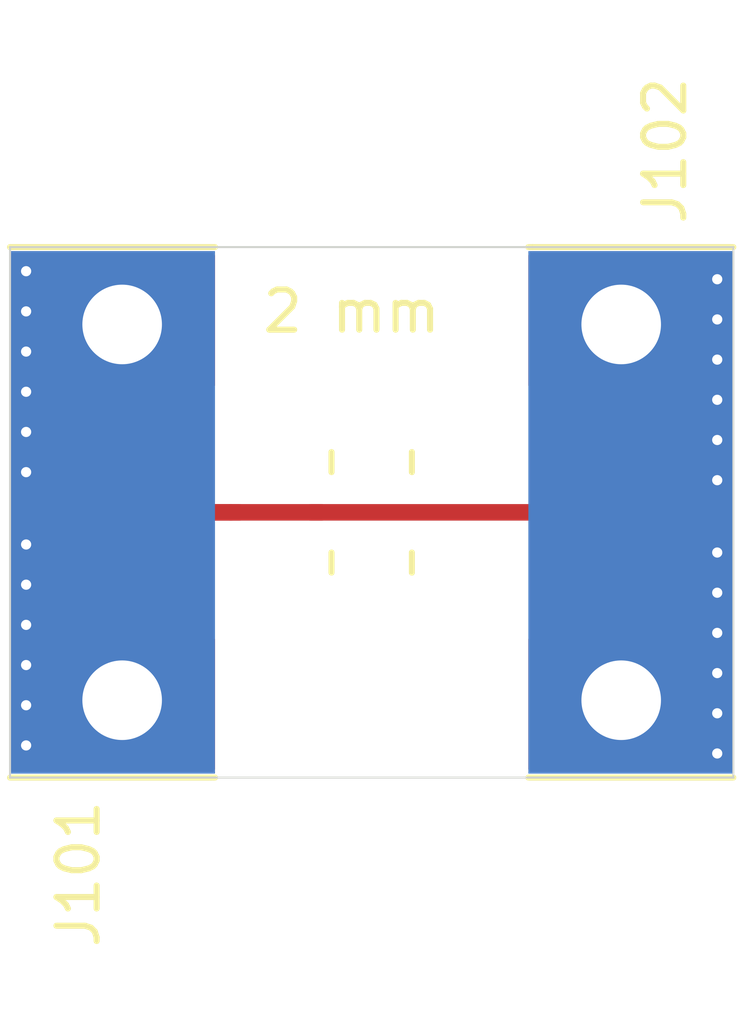
<source format=kicad_pcb>
(kicad_pcb (version 20171130) (host pcbnew "(5.1.4-74-gcf968cb6b)")

  (general
    (thickness 1.6)
    (drawings 5)
    (tracks 5)
    (zones 0)
    (modules 2)
    (nets 3)
  )

  (page A4)
  (layers
    (0 F.Cu signal)
    (1 In1.Cu signal hide)
    (2 In2.Cu signal)
    (31 B.Cu signal)
    (32 B.Adhes user)
    (33 F.Adhes user)
    (34 B.Paste user)
    (35 F.Paste user)
    (36 B.SilkS user)
    (37 F.SilkS user)
    (38 B.Mask user)
    (39 F.Mask user)
    (40 Dwgs.User user)
    (41 Cmts.User user)
    (42 Eco1.User user)
    (43 Eco2.User user)
    (44 Edge.Cuts user)
    (45 Margin user)
    (46 B.CrtYd user)
    (47 F.CrtYd user)
    (48 B.Fab user)
    (49 F.Fab user)
  )

  (setup
    (last_trace_width 0.41)
    (user_trace_width 0.41)
    (trace_clearance 0.2)
    (zone_clearance 0.2)
    (zone_45_only no)
    (trace_min 0.2)
    (via_size 0.8)
    (via_drill 0.4)
    (via_min_size 0.4)
    (via_min_drill 0.3)
    (uvia_size 0.3)
    (uvia_drill 0.1)
    (uvias_allowed no)
    (uvia_min_size 0.2)
    (uvia_min_drill 0.1)
    (edge_width 0.05)
    (segment_width 0.2)
    (pcb_text_width 0.3)
    (pcb_text_size 1.5 1.5)
    (mod_edge_width 0.12)
    (mod_text_size 1 1)
    (mod_text_width 0.15)
    (pad_size 1.524 1.524)
    (pad_drill 0.762)
    (pad_to_mask_clearance 0.02)
    (solder_mask_min_width 0.15)
    (aux_axis_origin 0 0)
    (visible_elements FFFFFF7F)
    (pcbplotparams
      (layerselection 0x010fc_ffffffff)
      (usegerberextensions false)
      (usegerberattributes false)
      (usegerberadvancedattributes false)
      (creategerberjobfile false)
      (excludeedgelayer true)
      (linewidth 0.100000)
      (plotframeref false)
      (viasonmask false)
      (mode 1)
      (useauxorigin false)
      (hpglpennumber 1)
      (hpglpenspeed 20)
      (hpglpendiameter 15.000000)
      (psnegative false)
      (psa4output false)
      (plotreference true)
      (plotvalue true)
      (plotinvisibletext false)
      (padsonsilk false)
      (subtractmaskfromsilk false)
      (outputformat 1)
      (mirror false)
      (drillshape 1)
      (scaleselection 1)
      (outputdirectory ""))
  )

  (net 0 "")
  (net 1 GND)
  (net 2 "Net-(J101-Pad1)")

  (net_class Default "This is the default net class."
    (clearance 0.2)
    (trace_width 0.25)
    (via_dia 0.8)
    (via_drill 0.4)
    (uvia_dia 0.3)
    (uvia_drill 0.1)
    (add_net GND)
    (add_net "Net-(J101-Pad1)")
  )

  (module vna_mm:sw_edge_oshpark_4layer (layer F.Cu) (tedit 5D8802F6) (tstamp 5D8815F2)
    (at 154.5 83 90)
    (path /5D880968)
    (fp_text reference J101 (at -9 1.7 90) (layer F.SilkS)
      (effects (font (size 1 1) (thickness 0.15)))
    )
    (fp_text value Conn_Coaxial (at -11.9 7.3) (layer F.Fab)
      (effects (font (size 1 1) (thickness 0.15)))
    )
    (fp_line (start 1 8) (end 1.5 8) (layer F.SilkS) (width 0.15))
    (fp_line (start -1 8) (end -1.5 8) (layer F.SilkS) (width 0.15))
    (fp_poly (pts (xy -6.6 0) (xy -0.5 0) (xy -0.5 5.1) (xy -6.6 5.1)) (layer F.Mask) (width 0.1))
    (fp_poly (pts (xy 0.5 0) (xy 6.6 0) (xy 6.6 5.1) (xy 0.5 5.1)) (layer F.Mask) (width 0.1))
    (fp_poly (pts (xy -0.6 1.9) (xy 0.6 1.9) (xy 0.6 5.1) (xy -0.6 5.1)) (layer F.Mask) (width 0.1))
    (fp_poly (pts (xy -0.5 0) (xy 0.5 0) (xy 0.5 1.3) (xy -0.5 1.3)) (layer F.Mask) (width 0.1))
    (fp_line (start 6.6 0) (end 6.6 5.1) (layer F.SilkS) (width 0.15))
    (fp_line (start -6.6 0) (end -6.6 5) (layer F.SilkS) (width 0.15))
    (fp_line (start -6.6 5) (end -6.6 5.1) (layer F.SilkS) (width 0.15))
    (pad 2 smd rect (at 0 2.55 270) (size 13 5.1) (layers B.Cu B.Mask)
      (net 1 GND))
    (pad 2 smd rect (at 4.775 2.85 270) (size 3.25 4.5) (layers F.Cu F.Mask)
      (net 1 GND))
    (pad 2 smd rect (at -4.775 2.85 270) (size 3.25 4.5) (layers F.Cu F.Mask)
      (net 1 GND))
    (pad 2 thru_hole circle (at -4.675 2.79 90) (size 3 3) (drill 1.98) (layers *.Cu *.Mask)
      (net 1 GND))
    (pad 2 thru_hole circle (at 4.675 2.79 90) (size 3 3) (drill 1.98) (layers *.Cu *.Mask)
      (net 1 GND))
    (pad 1 smd rect (at 0 3.04 90) (size 0.41 4.08) (layers F.Cu)
      (net 2 "Net-(J101-Pad1)"))
    (pad 1 smd trapezoid (at 0 0.55 90) (size 0.3 0.95) (rect_delta 0 0.11 ) (layers F.Cu F.Mask)
      (net 2 "Net-(J101-Pad1)"))
    (pad 2 smd rect (at 3.4 0.3 270) (size 6 0.6) (layers F.Cu F.Mask)
      (net 1 GND))
    (pad 2 smd trapezoid (at 3.4 0.7 90) (size 5.8 0.2) (rect_delta 0 -0.2 ) (layers F.Cu F.Mask)
      (net 1 GND))
    (pad 2 thru_hole circle (at 1 0.4 90) (size 0.5 0.5) (drill 0.254) (layers *.Cu *.Mask)
      (net 1 GND))
    (pad 2 thru_hole circle (at 2 0.4 90) (size 0.5 0.5) (drill 0.254) (layers *.Cu *.Mask)
      (net 1 GND))
    (pad 2 thru_hole circle (at 3 0.4 90) (size 0.5 0.5) (drill 0.254) (layers *.Cu *.Mask)
      (net 1 GND))
    (pad 2 thru_hole circle (at 4 0.4 90) (size 0.5 0.5) (drill 0.254) (layers *.Cu *.Mask)
      (net 1 GND))
    (pad 2 thru_hole circle (at 5 0.4 90) (size 0.5 0.5) (drill 0.254) (layers *.Cu *.Mask)
      (net 1 GND))
    (pad 2 thru_hole circle (at 6 0.4 90) (size 0.5 0.5) (drill 0.254) (layers *.Cu *.Mask)
      (net 1 GND))
    (pad 2 smd trapezoid (at -3.4 0.7 90) (size 5.8 0.2) (rect_delta 0 -0.2 ) (layers F.Cu F.Mask)
      (net 1 GND))
    (pad 2 smd rect (at -3.4 0.3 270) (size 6 0.6) (layers F.Cu F.Mask)
      (net 1 GND))
    (pad 2 thru_hole circle (at -2.8 0.4 90) (size 0.5 0.5) (drill 0.254) (layers *.Cu *.Mask)
      (net 1 GND))
    (pad 2 thru_hole circle (at -0.8 0.4 90) (size 0.5 0.5) (drill 0.254) (layers *.Cu *.Mask)
      (net 1 GND))
    (pad 2 thru_hole circle (at -1.8 0.4 90) (size 0.5 0.5) (drill 0.254) (layers *.Cu *.Mask)
      (net 1 GND))
    (pad 2 thru_hole circle (at -5.8 0.4 90) (size 0.5 0.5) (drill 0.254) (layers *.Cu *.Mask)
      (net 1 GND))
    (pad 2 thru_hole circle (at -3.8 0.4 90) (size 0.5 0.5) (drill 0.254) (layers *.Cu *.Mask)
      (net 1 GND))
    (pad 2 thru_hole circle (at -4.8 0.4 90) (size 0.5 0.5) (drill 0.254) (layers *.Cu *.Mask)
      (net 1 GND))
  )

  (module vna_mm:sw_edge_oshpark_4layer (layer F.Cu) (tedit 5D8802F6) (tstamp 5D8808DF)
    (at 172.5 83 270)
    (path /5D88288F)
    (fp_text reference J102 (at -9 1.7 90) (layer F.SilkS)
      (effects (font (size 1 1) (thickness 0.15)))
    )
    (fp_text value Conn_Coaxial (at -11.9 7.3) (layer F.Fab)
      (effects (font (size 1 1) (thickness 0.15)))
    )
    (fp_line (start 1 8) (end 1.5 8) (layer F.SilkS) (width 0.15))
    (fp_line (start -1 8) (end -1.5 8) (layer F.SilkS) (width 0.15))
    (fp_poly (pts (xy -6.6 0) (xy -0.5 0) (xy -0.5 5.1) (xy -6.6 5.1)) (layer F.Mask) (width 0.1))
    (fp_poly (pts (xy 0.5 0) (xy 6.6 0) (xy 6.6 5.1) (xy 0.5 5.1)) (layer F.Mask) (width 0.1))
    (fp_poly (pts (xy -0.6 1.9) (xy 0.6 1.9) (xy 0.6 5.1) (xy -0.6 5.1)) (layer F.Mask) (width 0.1))
    (fp_poly (pts (xy -0.5 0) (xy 0.5 0) (xy 0.5 1.3) (xy -0.5 1.3)) (layer F.Mask) (width 0.1))
    (fp_line (start 6.6 0) (end 6.6 5.1) (layer F.SilkS) (width 0.15))
    (fp_line (start -6.6 0) (end -6.6 5) (layer F.SilkS) (width 0.15))
    (fp_line (start -6.6 5) (end -6.6 5.1) (layer F.SilkS) (width 0.15))
    (pad 2 smd rect (at 0 2.55 90) (size 13 5.1) (layers B.Cu B.Mask)
      (net 1 GND))
    (pad 2 smd rect (at 4.775 2.85 90) (size 3.25 4.5) (layers F.Cu F.Mask)
      (net 1 GND))
    (pad 2 smd rect (at -4.775 2.85 90) (size 3.25 4.5) (layers F.Cu F.Mask)
      (net 1 GND))
    (pad 2 thru_hole circle (at -4.675 2.79 270) (size 3 3) (drill 1.98) (layers *.Cu *.Mask)
      (net 1 GND))
    (pad 2 thru_hole circle (at 4.675 2.79 270) (size 3 3) (drill 1.98) (layers *.Cu *.Mask)
      (net 1 GND))
    (pad 1 smd rect (at 0 3.04 270) (size 0.41 4.08) (layers F.Cu)
      (net 2 "Net-(J101-Pad1)"))
    (pad 1 smd trapezoid (at 0 0.55 270) (size 0.3 0.95) (rect_delta 0 0.11 ) (layers F.Cu F.Mask)
      (net 2 "Net-(J101-Pad1)"))
    (pad 2 smd rect (at 3.4 0.3 90) (size 6 0.6) (layers F.Cu F.Mask)
      (net 1 GND))
    (pad 2 smd trapezoid (at 3.4 0.7 270) (size 5.8 0.2) (rect_delta 0 -0.2 ) (layers F.Cu F.Mask)
      (net 1 GND))
    (pad 2 thru_hole circle (at 1 0.4 270) (size 0.5 0.5) (drill 0.254) (layers *.Cu *.Mask)
      (net 1 GND))
    (pad 2 thru_hole circle (at 2 0.4 270) (size 0.5 0.5) (drill 0.254) (layers *.Cu *.Mask)
      (net 1 GND))
    (pad 2 thru_hole circle (at 3 0.4 270) (size 0.5 0.5) (drill 0.254) (layers *.Cu *.Mask)
      (net 1 GND))
    (pad 2 thru_hole circle (at 4 0.4 270) (size 0.5 0.5) (drill 0.254) (layers *.Cu *.Mask)
      (net 1 GND))
    (pad 2 thru_hole circle (at 5 0.4 270) (size 0.5 0.5) (drill 0.254) (layers *.Cu *.Mask)
      (net 1 GND))
    (pad 2 thru_hole circle (at 6 0.4 270) (size 0.5 0.5) (drill 0.254) (layers *.Cu *.Mask)
      (net 1 GND))
    (pad 2 smd trapezoid (at -3.4 0.7 270) (size 5.8 0.2) (rect_delta 0 -0.2 ) (layers F.Cu F.Mask)
      (net 1 GND))
    (pad 2 smd rect (at -3.4 0.3 90) (size 6 0.6) (layers F.Cu F.Mask)
      (net 1 GND))
    (pad 2 thru_hole circle (at -2.8 0.4 270) (size 0.5 0.5) (drill 0.254) (layers *.Cu *.Mask)
      (net 1 GND))
    (pad 2 thru_hole circle (at -0.8 0.4 270) (size 0.5 0.5) (drill 0.254) (layers *.Cu *.Mask)
      (net 1 GND))
    (pad 2 thru_hole circle (at -1.8 0.4 270) (size 0.5 0.5) (drill 0.254) (layers *.Cu *.Mask)
      (net 1 GND))
    (pad 2 thru_hole circle (at -5.8 0.4 270) (size 0.5 0.5) (drill 0.254) (layers *.Cu *.Mask)
      (net 1 GND))
    (pad 2 thru_hole circle (at -3.8 0.4 270) (size 0.5 0.5) (drill 0.254) (layers *.Cu *.Mask)
      (net 1 GND))
    (pad 2 thru_hole circle (at -4.8 0.4 270) (size 0.5 0.5) (drill 0.254) (layers *.Cu *.Mask)
      (net 1 GND))
  )

  (gr_text "2 mm" (at 163 78) (layer F.SilkS)
    (effects (font (size 1 1) (thickness 0.15)))
  )
  (gr_line (start 154.5 76.4) (end 172.5 76.4) (layer Edge.Cuts) (width 0.05) (tstamp 5D8820E0))
  (gr_line (start 172.5 89.6) (end 154.5 89.6) (layer Edge.Cuts) (width 0.05) (tstamp 5D8820DF))
  (gr_line (start 172.5 76.4) (end 172.5 89.6) (layer Edge.Cuts) (width 0.05) (tstamp 5D88180E))
  (gr_line (start 154.5 76.4) (end 154.5 89.6) (layer Edge.Cuts) (width 0.05))

  (segment (start 157.54 83) (end 160 83) (width 0.41) (layer F.Cu) (net 2) (status 10))
  (segment (start 160 83) (end 160.205 83) (width 0.41) (layer F.Cu) (net 2))
  (segment (start 161.99 83) (end 169.46 83) (width 0.41) (layer F.Cu) (net 2))
  (segment (start 157.54 83) (end 159.99 83) (width 0.41) (layer F.Cu) (net 2))
  (segment (start 159.99 83) (end 162.25 83) (width 0.41) (layer F.Cu) (net 2))

  (zone (net 1) (net_name GND) (layer In1.Cu) (tstamp 0) (hatch edge 0.508)
    (connect_pads yes (clearance 0.2))
    (min_thickness 0.2)
    (fill yes (arc_segments 32) (thermal_gap 0.508) (thermal_bridge_width 0.508))
    (polygon
      (pts
        (xy 154.25 76.4) (xy 154.25 89.6) (xy 172.6 89.6) (xy 172.6 76.4)
      )
    )
    (filled_polygon
      (pts
        (xy 156.198287 76.524974) (xy 156.228465 76.581434) (xy 156.269079 76.630921) (xy 156.318566 76.671535) (xy 156.375026 76.701713)
        (xy 156.436289 76.720297) (xy 156.484039 76.725) (xy 172.175 76.725) (xy 172.175001 89.275) (xy 156.484039 89.275)
        (xy 156.436289 89.279703) (xy 156.375026 89.298287) (xy 156.318566 89.328465) (xy 156.269079 89.369079) (xy 156.228465 89.418566)
        (xy 156.198287 89.475026) (xy 156.190711 89.5) (xy 154.825 89.5) (xy 154.825 76.5) (xy 156.190711 76.5)
      )
    )
  )
  (zone (net 0) (net_name "") (layer F.Mask) (tstamp 0) (hatch edge 0.508)
    (connect_pads yes (clearance 0.2))
    (min_thickness 0.2)
    (fill yes (arc_segments 32) (thermal_gap 0.508) (thermal_bridge_width 0.508))
    (polygon
      (pts
        (xy 159.5 79.5) (xy 159.5 86.5) (xy 169.3 86.5) (xy 169.3 79.5)
      )
    )
    (filled_polygon
      (pts
        (xy 169.2 86.4) (xy 159.6 86.4) (xy 159.6 79.6) (xy 169.2 79.6)
      )
    )
  )
)

</source>
